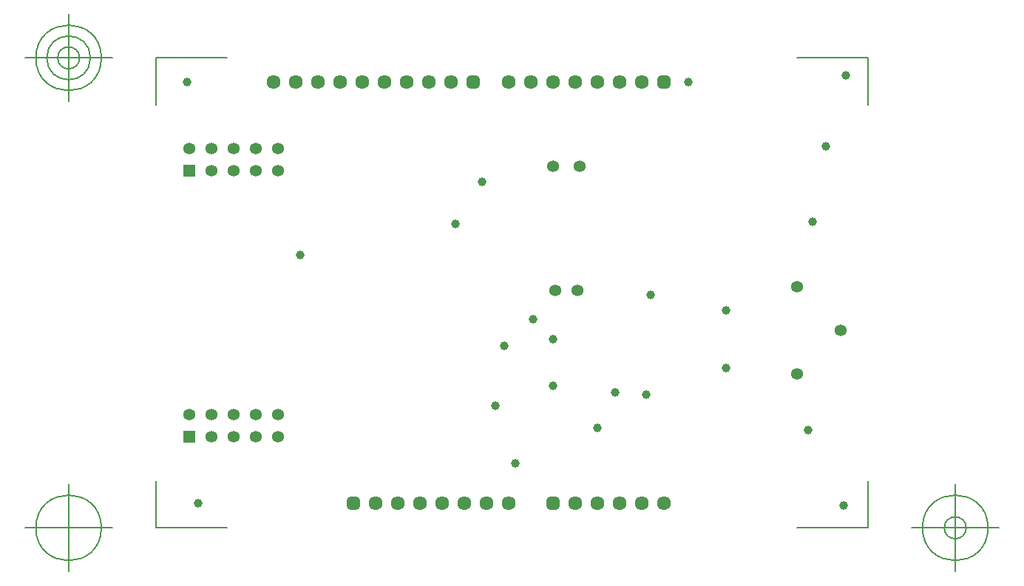
<source format=gbr>
G04 Generated by Ultiboard 14.0 *
%FSLAX34Y34*%
%MOMM*%

%ADD10C,0.0001*%
%ADD11C,0.1270*%
%ADD12C,1.6088*%
%ADD13R,0.5291X0.5291*%
%ADD14C,0.9949*%
%ADD15C,1.0000*%
%ADD16C,1.3556*%
%ADD17R,1.3556X1.3556*%


G04 ColorRGB 9900CC for the following layer *
%LNSolder Mask Bottom*%
%LPD*%
G54D10*
G54D11*
X53340Y-2540D02*
X53340Y51308D01*
X53340Y-2540D02*
X134874Y-2540D01*
X868680Y-2540D02*
X787146Y-2540D01*
X868680Y-2540D02*
X868680Y51308D01*
X868680Y535940D02*
X868680Y482092D01*
X868680Y535940D02*
X787146Y535940D01*
X53340Y535940D02*
X134874Y535940D01*
X53340Y535940D02*
X53340Y482092D01*
X3340Y-2540D02*
X-96660Y-2540D01*
X-46660Y-52540D02*
X-46660Y47460D01*
X-84160Y-2540D02*
G75*
D01*
G02X-84160Y-2540I37500J0*
G01*
X918680Y-2540D02*
X1018680Y-2540D01*
X968680Y-52540D02*
X968680Y47460D01*
X931180Y-2540D02*
G75*
D01*
G02X931180Y-2540I37500J0*
G01*
X956180Y-2540D02*
G75*
D01*
G02X956180Y-2540I12500J0*
G01*
X3340Y535940D02*
X-96660Y535940D01*
X-46660Y485940D02*
X-46660Y585940D01*
X-84160Y535940D02*
G75*
D01*
G02X-84160Y535940I37500J0*
G01*
X-71660Y535940D02*
G75*
D01*
G02X-71660Y535940I25000J0*
G01*
X-59160Y535940D02*
G75*
D01*
G02X-59160Y535940I12500J0*
G01*
G54D12*
X457200Y508000D03*
X584200Y508000D03*
X609600Y508000D03*
X558800Y508000D03*
X508000Y508000D03*
X533400Y508000D03*
X482600Y508000D03*
X340360Y508000D03*
X365760Y508000D03*
X391160Y508000D03*
X289560Y508000D03*
X314960Y508000D03*
X264160Y508000D03*
X238760Y508000D03*
X213360Y508000D03*
X187960Y508000D03*
X457200Y25400D03*
X330200Y25400D03*
X304800Y25400D03*
X355600Y25400D03*
X406400Y25400D03*
X381000Y25400D03*
X431800Y25400D03*
X533400Y25400D03*
X558800Y25400D03*
X609600Y25400D03*
X584200Y25400D03*
X635000Y25400D03*
G54D13*
X635000Y508000D03*
X416560Y508000D03*
X279400Y25400D03*
X508000Y25400D03*
G54D14*
X632355Y505355D02*
X637645Y505355D01*
X637645Y510645D01*
X632355Y510645D01*
X632355Y505355D01*D02*
X413915Y505355D02*
X419205Y505355D01*
X419205Y510645D01*
X413915Y510645D01*
X413915Y505355D01*D02*
X276755Y22755D02*
X282045Y22755D01*
X282045Y28045D01*
X276755Y28045D01*
X276755Y22755D01*D02*
X505355Y22755D02*
X510645Y22755D01*
X510645Y28045D01*
X505355Y28045D01*
X505355Y22755D01*D02*
G54D15*
X508000Y213360D03*
X805180Y347980D03*
X800100Y109220D03*
X464820Y71120D03*
X558800Y111760D03*
X614680Y149860D03*
X840740Y22860D03*
X843280Y515620D03*
X508000Y159940D03*
X441960Y137160D03*
X485140Y236220D03*
X619760Y264160D03*
X706120Y180340D03*
X706120Y246380D03*
X396240Y345440D03*
X426720Y393700D03*
X662940Y508000D03*
X452120Y205740D03*
X579120Y152400D03*
X820420Y434340D03*
X88900Y508000D03*
X101600Y25400D03*
X218440Y309880D03*
G54D16*
X538640Y411480D03*
X507840Y411480D03*
X535940Y269240D03*
X510540Y269240D03*
X787800Y273520D03*
X787800Y173520D03*
X837800Y223520D03*
X116840Y431800D03*
X193040Y431800D03*
X193040Y406400D03*
X142240Y406400D03*
X167640Y406400D03*
X91440Y431800D03*
X116840Y406400D03*
X167640Y431800D03*
X142240Y431800D03*
X167640Y127000D03*
X116840Y101600D03*
X142240Y101600D03*
X193040Y127000D03*
X193040Y101600D03*
X167640Y101600D03*
X91440Y127000D03*
X116840Y127000D03*
X142240Y127000D03*
G54D17*
X91440Y406400D03*
X91440Y101600D03*

M02*

</source>
